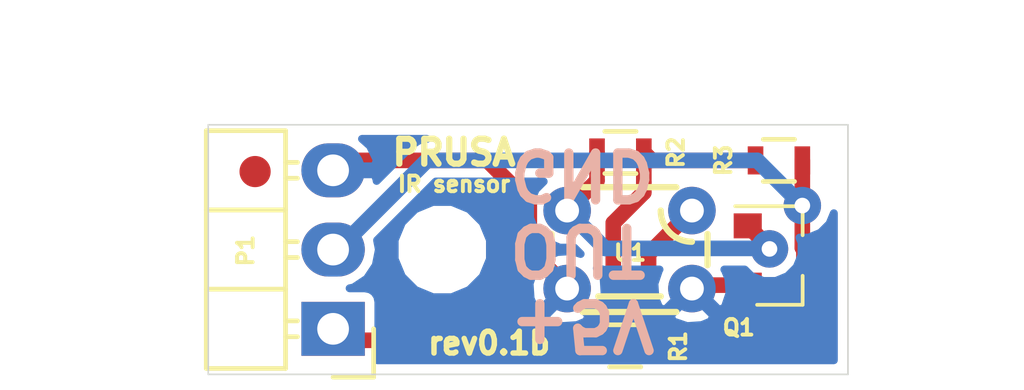
<source format=kicad_pcb>
(kicad_pcb (version 20171130) (host pcbnew "(6.0.0-rc1-dev-199-g6b039bc99)")

  (general
    (thickness 1.6)
    (drawings 10)
    (tracks 37)
    (zones 0)
    (modules 9)
    (nets 6)
  )

  (page A4)
  (layers
    (0 F.Cu signal)
    (31 B.Cu signal)
    (32 B.Adhes user)
    (33 F.Adhes user)
    (34 B.Paste user)
    (35 F.Paste user)
    (36 B.SilkS user hide)
    (37 F.SilkS user)
    (38 B.Mask user)
    (39 F.Mask user)
    (40 Dwgs.User user)
    (41 Cmts.User user)
    (42 Eco1.User user)
    (43 Eco2.User user)
    (44 Edge.Cuts user)
    (45 Margin user)
    (46 B.CrtYd user hide)
    (47 F.CrtYd user)
    (48 B.Fab user hide)
    (49 F.Fab user hide)
  )

  (setup
    (last_trace_width 0.25)
    (user_trace_width 0.2)
    (user_trace_width 0.5)
    (trace_clearance 0.2)
    (zone_clearance 0.3)
    (zone_45_only no)
    (trace_min 0.2)
    (via_size 0.8)
    (via_drill 0.4)
    (via_min_size 0.4)
    (via_min_drill 0.3)
    (user_via 1.2 0.5)
    (uvia_size 0.3)
    (uvia_drill 0.1)
    (uvias_allowed no)
    (uvia_min_size 0.2)
    (uvia_min_drill 0.1)
    (edge_width 0.05)
    (segment_width 0.2)
    (pcb_text_width 0.3)
    (pcb_text_size 1.5 1.5)
    (mod_edge_width 0.12)
    (mod_text_size 1 1)
    (mod_text_width 0.15)
    (pad_size 4 1.7272)
    (pad_drill 1.016)
    (pad_to_mask_clearance 0.05)
    (solder_mask_min_width 0.25)
    (aux_axis_origin 0 0)
    (visible_elements FFFFFF7F)
    (pcbplotparams
      (layerselection 0x010f8_ffffffff)
      (usegerberextensions true)
      (usegerberattributes false)
      (usegerberadvancedattributes false)
      (creategerberjobfile false)
      (excludeedgelayer true)
      (linewidth 0.100000)
      (plotframeref false)
      (viasonmask false)
      (mode 1)
      (useauxorigin false)
      (hpglpennumber 1)
      (hpglpenspeed 20)
      (hpglpendiameter 15.000000)
      (psnegative false)
      (psa4output false)
      (plotreference true)
      (plotvalue true)
      (plotinvisibletext false)
      (padsonsilk false)
      (subtractmaskfromsilk false)
      (outputformat 1)
      (mirror false)
      (drillshape 0)
      (scaleselection 1)
      (outputdirectory "gerber/"))
  )

  (net 0 "")
  (net 1 "Net-(P1-Pad1)")
  (net 2 "Net-(P1-Pad2)")
  (net 3 "Net-(P1-Pad3)")
  (net 4 "Net-(R1-Pad1)")
  (net 5 "Net-(Q1-Pad1)")

  (net_class Default "Toto je výchozí třída sítě."
    (clearance 0.2)
    (trace_width 0.25)
    (via_dia 0.8)
    (via_drill 0.4)
    (uvia_dia 0.3)
    (uvia_drill 0.1)
    (add_net "Net-(P1-Pad1)")
    (add_net "Net-(P1-Pad2)")
    (add_net "Net-(P1-Pad3)")
    (add_net "Net-(Q1-Pad1)")
    (add_net "Net-(R1-Pad1)")
  )

  (module Fiducials:Fiducial_1mm_Dia_2.54mm_Outer_CopperTop locked (layer F.Cu) (tedit 0) (tstamp 5C1CE6B1)
    (at 19 -1.5)
    (descr "Circular Fiducial, 1mm bare copper top; 2.54mm keepout")
    (tags marker)
    (attr smd)
    (fp_text reference REF** (at 3.4 0.7) (layer F.SilkS) hide
      (effects (font (size 1 1) (thickness 0.15)))
    )
    (fp_text value Fiducial_1mm_Dia_2.54mm_Outer_CopperTop (at 0 -1.8) (layer F.Fab)
      (effects (font (size 1 1) (thickness 0.15)))
    )
    (fp_circle (center 0 0) (end 1.55 0) (layer F.CrtYd) (width 0.05))
    (pad ~ smd circle (at 0 0) (size 1 1) (layers F.Cu F.Mask)
      (solder_mask_margin 0.77) (clearance 0.77))
  )

  (module Resistors_SMD:R_0603 (layer F.Cu) (tedit 58307A47) (tstamp 5BE18B6C)
    (at 18.288 -6.858 180)
    (descr "Resistor SMD 0603, reflow soldering, Vishay (see dcrcw.pdf)")
    (tags "resistor 0603")
    (path /5BE2C39F)
    (attr smd)
    (fp_text reference R3 (at 1.778 0 270) (layer F.SilkS)
      (effects (font (size 0.5 0.5) (thickness 0.125)))
    )
    (fp_text value 10k (at 0 1.9 180) (layer F.Fab)
      (effects (font (size 1 1) (thickness 0.15)))
    )
    (fp_line (start -0.5 -0.675) (end 0.5 -0.675) (layer F.SilkS) (width 0.15))
    (fp_line (start 0.5 0.675) (end -0.5 0.675) (layer F.SilkS) (width 0.15))
    (fp_line (start 1.3 -0.8) (end 1.3 0.8) (layer F.CrtYd) (width 0.05))
    (fp_line (start -1.3 -0.8) (end -1.3 0.8) (layer F.CrtYd) (width 0.05))
    (fp_line (start -1.3 0.8) (end 1.3 0.8) (layer F.CrtYd) (width 0.05))
    (fp_line (start -1.3 -0.8) (end 1.3 -0.8) (layer F.CrtYd) (width 0.05))
    (fp_line (start -0.8 -0.4) (end 0.8 -0.4) (layer F.Fab) (width 0.1))
    (fp_line (start 0.8 -0.4) (end 0.8 0.4) (layer F.Fab) (width 0.1))
    (fp_line (start 0.8 0.4) (end -0.8 0.4) (layer F.Fab) (width 0.1))
    (fp_line (start -0.8 0.4) (end -0.8 -0.4) (layer F.Fab) (width 0.1))
    (pad 2 smd rect (at 0.75 0 180) (size 0.5 0.9) (layers F.Cu F.Paste F.Mask)
      (net 1 "Net-(P1-Pad1)"))
    (pad 1 smd rect (at -0.75 0 180) (size 0.5 0.9) (layers F.Cu F.Paste F.Mask)
      (net 2 "Net-(P1-Pad2)"))
    (model ${KISYS3DMOD}/Resistor_SMD.3dshapes/R_0603_1608Metric.step
      (at (xyz 0 0 0))
      (scale (xyz 1 1 1))
      (rotate (xyz 0 0 0))
    )
  )

  (module TO_SOT_Packages_SMD:SOT-23 (layer F.Cu) (tedit 583F39EB) (tstamp 5BE18B2F)
    (at 18.288 -3.81)
    (descr "SOT-23, Standard")
    (tags SOT-23)
    (path /5BE32902)
    (attr smd)
    (fp_text reference Q1 (at -1.288 2.31 180) (layer F.SilkS)
      (effects (font (size 0.5 0.5) (thickness 0.125)))
    )
    (fp_text value 2N7002KT1G (at 0 2.5) (layer F.Fab)
      (effects (font (size 1 1) (thickness 0.15)))
    )
    (fp_line (start 0.76 1.58) (end -0.7 1.58) (layer F.SilkS) (width 0.12))
    (fp_line (start -0.7 -1.52) (end -0.7 1.52) (layer F.Fab) (width 0.15))
    (fp_line (start -0.7 -1.52) (end 0.7 -1.52) (layer F.Fab) (width 0.15))
    (fp_line (start 0.76 -1.58) (end -1.4 -1.58) (layer F.SilkS) (width 0.12))
    (fp_line (start -1.7 1.75) (end -1.7 -1.75) (layer F.CrtYd) (width 0.05))
    (fp_line (start 1.7 1.75) (end -1.7 1.75) (layer F.CrtYd) (width 0.05))
    (fp_line (start 1.7 -1.75) (end 1.7 1.75) (layer F.CrtYd) (width 0.05))
    (fp_line (start -1.7 -1.75) (end 1.7 -1.75) (layer F.CrtYd) (width 0.05))
    (fp_line (start -0.7 1.52) (end 0.7 1.52) (layer F.Fab) (width 0.15))
    (fp_line (start 0.7 -1.52) (end 0.7 1.52) (layer F.Fab) (width 0.15))
    (fp_line (start 0.76 -1.58) (end 0.76 -0.65) (layer F.SilkS) (width 0.12))
    (fp_line (start 0.76 1.58) (end 0.76 0.65) (layer F.SilkS) (width 0.12))
    (pad 3 smd rect (at 1 0) (size 0.9 0.8) (layers F.Cu F.Paste F.Mask)
      (net 2 "Net-(P1-Pad2)"))
    (pad 2 smd rect (at -1 0.95) (size 0.9 0.8) (layers F.Cu F.Paste F.Mask)
      (net 3 "Net-(P1-Pad3)"))
    (pad 1 smd rect (at -1 -0.95) (size 0.9 0.8) (layers F.Cu F.Paste F.Mask)
      (net 5 "Net-(Q1-Pad1)"))
    (model ${KISYS3DMOD}/Package_TO_SOT_SMD.3dshapes/SOT-23.step
      (at (xyz 0 0 0))
      (scale (xyz 1 1 1))
      (rotate (xyz 0 0 0))
    )
  )

  (module Mounting_Holes:MountingHole_2.2mm_M2 locked (layer F.Cu) (tedit 56D1B4CB) (tstamp 5BDDDE11)
    (at 7.5 -4)
    (descr "Mounting Hole 2.2mm, no annular, M2")
    (tags "mounting hole 2.2mm no annular m2")
    (fp_text reference REF** (at 0 -3.2) (layer F.SilkS) hide
      (effects (font (size 1 1) (thickness 0.15)))
    )
    (fp_text value MountingHole_2.2mm_M2 (at 0 3.2) (layer F.Fab)
      (effects (font (size 1 1) (thickness 0.15)))
    )
    (fp_circle (center 0 0) (end 2.45 0) (layer F.CrtYd) (width 0.05))
    (fp_circle (center 0 0) (end 2.2 0) (layer Cmts.User) (width 0.15))
    (pad 1 np_thru_hole circle (at 0 0) (size 2.2 2.2) (drill 2.2) (layers *.Cu *.Mask))
  )

  (module ok1hra:IR-EE-SX1103 (layer F.Cu) (tedit 5BE00A7C) (tstamp 5BDF18B2)
    (at 13.5 -4 180)
    (path /5BD7084A)
    (fp_text reference U1 (at -0.0162 -0.106 180) (layer F.SilkS)
      (effects (font (size 0.5 0.5) (thickness 0.125)))
    )
    (fp_text value EE-SX1103 (at 0 0 180) (layer F.Fab)
      (effects (font (size 0.5 0.5) (thickness 0.125)))
    )
    (fp_line (start -2.921 2.159) (end -2.921 -2.159) (layer F.CrtYd) (width 0.1))
    (fp_line (start 2.921 2.159) (end -2.921 2.159) (layer F.CrtYd) (width 0.1))
    (fp_line (start 2.921 -2.159) (end 2.921 2.159) (layer F.CrtYd) (width 0.1))
    (fp_line (start -2.921 -2.159) (end 2.921 -2.159) (layer F.CrtYd) (width 0.1))
    (fp_arc (start -2 1.25) (end -1 1.25) (angle -90) (layer F.SilkS) (width 0.2))
    (fp_line (start -1 -1.5) (end 1 -1.5) (layer F.SilkS) (width 0.2))
    (fp_line (start -2.5 -0.5) (end -2.5 0.5) (layer F.SilkS) (width 0.2))
    (fp_line (start 1.5 2) (end -1.5 2) (layer F.SilkS) (width 0.2))
    (fp_line (start 2.5 -0.5) (end 2.5 0.5) (layer F.SilkS) (width 0.2))
    (fp_line (start -1.5 -2) (end 1.5 -2) (layer F.SilkS) (width 0.2))
    (pad 3 thru_hole circle (at 2 -1.25 180) (size 1.524 1.524) (drill 0.762) (layers *.Cu *.Mask)
      (net 3 "Net-(P1-Pad3)"))
    (pad 4 thru_hole circle (at 2 1.25 180) (size 1.524 1.524) (drill 0.762) (layers *.Cu *.Mask)
      (net 5 "Net-(Q1-Pad1)"))
    (pad 1 thru_hole circle (at -2 1.25 180) (size 1.524 1.524) (drill 0.762) (layers *.Cu *.Mask)
      (net 4 "Net-(R1-Pad1)"))
    (pad 2 thru_hole circle (at -2 -1.25 180) (size 1.524 1.524) (drill 0.762) (layers *.Cu *.Mask)
      (net 3 "Net-(P1-Pad3)"))
    (model /home/dan/kicad/hra/lib/ok1hra3d/EE-SX1103.step
      (offset (xyz -2.5 -2 0))
      (scale (xyz 1 1 1))
      (rotate (xyz 0 0 0))
    )
  )

  (module Pin_Headers:Pin_Header_Angled_1x03 (layer F.Cu) (tedit 5BDB12AB) (tstamp 5BE1B3CB)
    (at 4 -1.46 180)
    (descr "Through hole pin header")
    (tags "pin header")
    (path /5BD70990)
    (fp_text reference P1 (at 2.8028 2.507 270) (layer F.SilkS)
      (effects (font (size 0.5 0.5) (thickness 0.125)))
    )
    (fp_text value CONN_01X03 (at 0 -3.1 180) (layer F.Fab)
      (effects (font (size 1 1) (thickness 0.15)))
    )
    (fp_line (start -1.5 -1.75) (end -1.5 6.85) (layer F.CrtYd) (width 0.05))
    (fp_line (start 10.65 -1.75) (end 10.65 6.85) (layer F.CrtYd) (width 0.05))
    (fp_line (start -1.5 -1.75) (end 10.65 -1.75) (layer F.CrtYd) (width 0.05))
    (fp_line (start -1.5 6.85) (end 10.65 6.85) (layer F.CrtYd) (width 0.05))
    (fp_line (start -1.3 -1.55) (end -1.3 0) (layer F.SilkS) (width 0.15))
    (fp_line (start 0 -1.55) (end -1.3 -1.55) (layer F.SilkS) (width 0.15))
    (fp_line (start 1.524 -0.254) (end 1.143 -0.254) (layer F.SilkS) (width 0.15))
    (fp_line (start 1.524 0.254) (end 1.143 0.254) (layer F.SilkS) (width 0.15))
    (fp_line (start 1.524 2.286) (end 1.143 2.286) (layer F.SilkS) (width 0.15))
    (fp_line (start 1.524 2.794) (end 1.143 2.794) (layer F.SilkS) (width 0.15))
    (fp_line (start 1.524 4.826) (end 1.143 4.826) (layer F.SilkS) (width 0.15))
    (fp_line (start 1.524 5.334) (end 1.143 5.334) (layer F.SilkS) (width 0.15))
    (fp_line (start 4.064 1.27) (end 4.064 -1.27) (layer F.SilkS) (width 0.15))
    (fp_line (start 1.524 1.27) (end 4.064 1.27) (layer F.SilkS) (width 0.15))
    (fp_line (start 1.524 -1.27) (end 1.524 1.27) (layer F.SilkS) (width 0.15))
    (fp_line (start 1.524 -1.27) (end 4.064 -1.27) (layer F.SilkS) (width 0.15))
    (fp_line (start 1.524 3.81) (end 4.064 3.81) (layer F.SilkS) (width 0.15))
    (fp_line (start 1.524 3.81) (end 1.524 6.35) (layer F.SilkS) (width 0.15))
    (fp_line (start 4.064 6.35) (end 4.064 3.81) (layer F.SilkS) (width 0.15))
    (fp_line (start 4.064 3.81) (end 4.064 1.27) (layer F.SilkS) (width 0.15))
    (fp_line (start 1.524 3.81) (end 4.064 3.81) (layer F.SilkS) (width 0.15))
    (fp_line (start 1.524 1.27) (end 1.524 3.81) (layer F.SilkS) (width 0.15))
    (fp_line (start 1.524 1.27) (end 4.064 1.27) (layer F.SilkS) (width 0.15))
    (fp_line (start 1.524 6.35) (end 4.064 6.35) (layer F.SilkS) (width 0.15))
    (pad 1 thru_hole rect (at 0 0 180) (size 2.032 1.7272) (drill 1.016) (layers *.Cu *.Mask)
      (net 1 "Net-(P1-Pad1)"))
    (pad 2 thru_hole oval (at 0 2.54 180) (size 2.032 1.7272) (drill 1.016) (layers *.Cu *.Mask)
      (net 2 "Net-(P1-Pad2)"))
    (pad 3 thru_hole oval (at 0 5.08 180) (size 2.032 1.7272) (drill 1.016) (layers *.Cu *.Mask)
      (net 3 "Net-(P1-Pad3)"))
    (model ${KISYS3DMOD}/Connector_PinHeader_2.54mm.3dshapes/PinHeader_1x03_P2.54mm_Horizontal.step
      (at (xyz 0 0 0))
      (scale (xyz 1 1 1))
      (rotate (xyz 0 0 0))
    )
  )

  (module Resistors_SMD:R_0603 (layer F.Cu) (tedit 58307A47) (tstamp 5BDC171B)
    (at 13.208 -7.112 180)
    (descr "Resistor SMD 0603, reflow soldering, Vishay (see dcrcw.pdf)")
    (tags "resistor 0603")
    (path /5BD6C176)
    (attr smd)
    (fp_text reference R2 (at -1.778 0 270) (layer F.SilkS)
      (effects (font (size 0.5 0.5) (thickness 0.125)))
    )
    (fp_text value 10k (at 0 1.9 180) (layer F.Fab)
      (effects (font (size 1 1) (thickness 0.15)))
    )
    (fp_line (start -0.8 0.4) (end -0.8 -0.4) (layer F.Fab) (width 0.1))
    (fp_line (start 0.8 0.4) (end -0.8 0.4) (layer F.Fab) (width 0.1))
    (fp_line (start 0.8 -0.4) (end 0.8 0.4) (layer F.Fab) (width 0.1))
    (fp_line (start -0.8 -0.4) (end 0.8 -0.4) (layer F.Fab) (width 0.1))
    (fp_line (start -1.3 -0.8) (end 1.3 -0.8) (layer F.CrtYd) (width 0.05))
    (fp_line (start -1.3 0.8) (end 1.3 0.8) (layer F.CrtYd) (width 0.05))
    (fp_line (start -1.3 -0.8) (end -1.3 0.8) (layer F.CrtYd) (width 0.05))
    (fp_line (start 1.3 -0.8) (end 1.3 0.8) (layer F.CrtYd) (width 0.05))
    (fp_line (start 0.5 0.675) (end -0.5 0.675) (layer F.SilkS) (width 0.15))
    (fp_line (start -0.5 -0.675) (end 0.5 -0.675) (layer F.SilkS) (width 0.15))
    (pad 1 smd rect (at -0.75 0 180) (size 0.5 0.9) (layers F.Cu F.Paste F.Mask)
      (net 1 "Net-(P1-Pad1)"))
    (pad 2 smd rect (at 0.75 0 180) (size 0.5 0.9) (layers F.Cu F.Paste F.Mask)
      (net 5 "Net-(Q1-Pad1)"))
    (model ${KISYS3DMOD}/Resistor_SMD.3dshapes/R_0603_1608Metric.step
      (at (xyz 0 0 0))
      (scale (xyz 1 1 1))
      (rotate (xyz 0 0 0))
    )
  )

  (module Resistors_SMD:R_0603 (layer F.Cu) (tedit 58307A47) (tstamp 5BDDD3B4)
    (at 13.3604 -0.9144 180)
    (descr "Resistor SMD 0603, reflow soldering, Vishay (see dcrcw.pdf)")
    (tags "resistor 0603")
    (path /5BD709E3)
    (attr smd)
    (fp_text reference R1 (at -1.7018 -0.0244 270) (layer F.SilkS)
      (effects (font (size 0.5 0.5) (thickness 0.125)))
    )
    (fp_text value 330R (at 0 1.9 180) (layer F.Fab)
      (effects (font (size 1 1) (thickness 0.15)))
    )
    (fp_line (start -0.8 0.4) (end -0.8 -0.4) (layer F.Fab) (width 0.1))
    (fp_line (start 0.8 0.4) (end -0.8 0.4) (layer F.Fab) (width 0.1))
    (fp_line (start 0.8 -0.4) (end 0.8 0.4) (layer F.Fab) (width 0.1))
    (fp_line (start -0.8 -0.4) (end 0.8 -0.4) (layer F.Fab) (width 0.1))
    (fp_line (start -1.3 -0.8) (end 1.3 -0.8) (layer F.CrtYd) (width 0.05))
    (fp_line (start -1.3 0.8) (end 1.3 0.8) (layer F.CrtYd) (width 0.05))
    (fp_line (start -1.3 -0.8) (end -1.3 0.8) (layer F.CrtYd) (width 0.05))
    (fp_line (start 1.3 -0.8) (end 1.3 0.8) (layer F.CrtYd) (width 0.05))
    (fp_line (start 0.5 0.675) (end -0.5 0.675) (layer F.SilkS) (width 0.15))
    (fp_line (start -0.5 -0.675) (end 0.5 -0.675) (layer F.SilkS) (width 0.15))
    (pad 1 smd rect (at -0.75 0 180) (size 0.5 0.9) (layers F.Cu F.Paste F.Mask)
      (net 4 "Net-(R1-Pad1)"))
    (pad 2 smd rect (at 0.75 0 180) (size 0.5 0.9) (layers F.Cu F.Paste F.Mask)
      (net 1 "Net-(P1-Pad1)"))
    (model ${KISYS3DMOD}/Resistor_SMD.3dshapes/R_0603_1608Metric.step
      (at (xyz 0 0 0))
      (scale (xyz 1 1 1))
      (rotate (xyz 0 0 0))
    )
  )

  (module Fiducials:Fiducial_1mm_Dia_2.54mm_Outer_CopperTop locked (layer F.Cu) (tedit 0) (tstamp 5C1CE60C)
    (at 1.5 -6.5)
    (descr "Circular Fiducial, 1mm bare copper top; 2.54mm keepout")
    (tags marker)
    (attr smd)
    (fp_text reference REF** (at 3.4 0.7) (layer F.SilkS) hide
      (effects (font (size 1 1) (thickness 0.15)))
    )
    (fp_text value Fiducial_1mm_Dia_2.54mm_Outer_CopperTop (at 0 -1.8) (layer F.Fab)
      (effects (font (size 1 1) (thickness 0.15)))
    )
    (fp_circle (center 0 0) (end 1.55 0) (layer F.CrtYd) (width 0.05))
    (pad ~ smd circle (at 0 0) (size 1 1) (layers F.Cu F.Mask)
      (solder_mask_margin 0.77) (clearance 0.77))
  )

  (gr_text rev0.1b (at 9 -1) (layer F.SilkS) (tstamp 5BE18FD3)
    (effects (font (size 0.7 0.7) (thickness 0.175)))
  )
  (gr_text "IR sensor" (at 7.874 -6.096) (layer F.SilkS) (tstamp 5BDC1B52)
    (effects (font (size 0.5 0.5) (thickness 0.125)))
  )
  (gr_text PRUSA (at 7.874 -7.112) (layer F.SilkS)
    (effects (font (size 0.8 0.8) (thickness 0.2)))
  )
  (gr_text "+5V\nOUT\nGND" (at 9.5 -4 180) (layer B.SilkS)
    (effects (font (size 1.5 1.5) (thickness 0.3)) (justify left mirror))
  )
  (dimension 20.5 (width 0.15) (layer Margin)
    (gr_text "20,500 mm" (at 10.25 -11.3) (layer Margin)
      (effects (font (size 1 1) (thickness 0.15)))
    )
    (feature1 (pts (xy 20.5 -8) (xy 20.5 -10.586421)))
    (feature2 (pts (xy 0 -8) (xy 0 -10.586421)))
    (crossbar (pts (xy 0 -10) (xy 20.5 -10)))
    (arrow1a (pts (xy 20.5 -10) (xy 19.373496 -9.413579)))
    (arrow1b (pts (xy 20.5 -10) (xy 19.373496 -10.586421)))
    (arrow2a (pts (xy 0 -10) (xy 1.126504 -9.413579)))
    (arrow2b (pts (xy 0 -10) (xy 1.126504 -10.586421)))
  )
  (dimension 8 (width 0.15) (layer Margin)
    (gr_text "8,000 mm" (at 24.8 -4 90) (layer Margin)
      (effects (font (size 1 1) (thickness 0.15)))
    )
    (feature1 (pts (xy 20.5 -8) (xy 24.086421 -8)))
    (feature2 (pts (xy 20.5 0) (xy 24.086421 0)))
    (crossbar (pts (xy 23.5 0) (xy 23.5 -8)))
    (arrow1a (pts (xy 23.5 -8) (xy 24.086421 -6.873496)))
    (arrow1b (pts (xy 23.5 -8) (xy 22.913579 -6.873496)))
    (arrow2a (pts (xy 23.5 0) (xy 24.086421 -1.126504)))
    (arrow2b (pts (xy 23.5 0) (xy 22.913579 -1.126504)))
  )
  (gr_line (start 0 0) (end 0 -8) (layer Edge.Cuts) (width 0.05))
  (gr_line (start 20.5 0) (end 0 0) (layer Edge.Cuts) (width 0.05))
  (gr_line (start 20.5 -8) (end 20.5 0) (layer Edge.Cuts) (width 0.05))
  (gr_line (start 0 -8) (end 20.5 -8) (layer Edge.Cuts) (width 0.05))

  (segment (start 14.212 -6.858) (end 13.958 -7.112) (width 0.5) (layer F.Cu) (net 1))
  (segment (start 17.538 -6.858) (end 14.212 -6.858) (width 0.5) (layer F.Cu) (net 1))
  (segment (start 13.982 -7.088) (end 13.958 -7.112) (width 0.5) (layer F.Cu) (net 1))
  (segment (start 12.6104 -0.9144) (end 12.9794 -1.2834) (width 0.5) (layer F.Cu) (net 1))
  (segment (start 13.958 -6.162) (end 13.958 -7.112) (width 0.5) (layer F.Cu) (net 1))
  (segment (start 12.9794 -1.2834) (end 12.9794 -4.8514) (width 0.5) (layer F.Cu) (net 1))
  (segment (start 12.9794 -4.8514) (end 13.958 -5.83) (width 0.5) (layer F.Cu) (net 1))
  (segment (start 13.958 -5.83) (end 13.958 -6.162) (width 0.5) (layer F.Cu) (net 1))
  (segment (start 12.4326 -1.0922) (end 12.6104 -0.9144) (width 0.5) (layer F.Cu) (net 1))
  (segment (start 4.3678 -1.0922) (end 12.4326 -1.0922) (width 0.5) (layer F.Cu) (net 1))
  (segment (start 4 -1.46) (end 4.3678 -1.0922) (width 0.5) (layer F.Cu) (net 1))
  (segment (start 19.038 -4.06) (end 19.288 -3.81) (width 0.5) (layer F.Cu) (net 2))
  (segment (start 4.1524 -4) (end 7.0104 -6.858) (width 0.5) (layer B.Cu) (net 2))
  (segment (start 4 -4) (end 4.1524 -4) (width 0.5) (layer B.Cu) (net 2))
  (segment (start 19.038 -5.4102) (end 19.038 -4.06) (width 0.5) (layer F.Cu) (net 2))
  (segment (start 19.038 -6.858) (end 19.038 -5.4102) (width 0.5) (layer F.Cu) (net 2))
  (segment (start 17.5902 -6.858) (end 19.038 -5.4102) (width 0.5) (layer B.Cu) (net 2))
  (via (at 19.038 -5.4102) (size 1.2) (drill 0.5) (layers F.Cu B.Cu) (net 2))
  (segment (start 7.0104 -6.858) (end 17.5902 -6.858) (width 0.5) (layer B.Cu) (net 2))
  (segment (start 15.61 -2.86) (end 15.5 -2.75) (width 0.5) (layer F.Cu) (net 3))
  (segment (start 17.288 -2.86) (end 15.61 -2.86) (width 0.5) (layer F.Cu) (net 3))
  (segment (start 11.5 -2.8002) (end 11.5 -2.75) (width 0.5) (layer F.Cu) (net 3))
  (segment (start 10.287999 -4.012201) (end 11.5 -2.8002) (width 0.5) (layer F.Cu) (net 3))
  (segment (start 4 -6.54) (end 4.318 -6.858) (width 0.5) (layer F.Cu) (net 3))
  (segment (start 4.318 -6.858) (end 8.9408 -6.858) (width 0.5) (layer F.Cu) (net 3))
  (segment (start 8.9408 -6.858) (end 10.287999 -5.510801) (width 0.5) (layer F.Cu) (net 3))
  (segment (start 10.287999 -5.510801) (end 10.287999 -4.012201) (width 0.5) (layer F.Cu) (net 3))
  (segment (start 14.1104 -3.8604) (end 15.5 -5.25) (width 0.5) (layer F.Cu) (net 4))
  (segment (start 14.1104 -0.9144) (end 14.1104 -3.8604) (width 0.5) (layer F.Cu) (net 4))
  (segment (start 12.458 -6.208) (end 11.5 -5.25) (width 0.5) (layer F.Cu) (net 5))
  (segment (start 12.458 -7.112) (end 12.458 -6.208) (width 0.5) (layer F.Cu) (net 5))
  (segment (start 17.967944 -4.037999) (end 17.98504 -4.020903) (width 0.5) (layer B.Cu) (net 5))
  (segment (start 12.712001 -4.037999) (end 17.967944 -4.037999) (width 0.5) (layer B.Cu) (net 5))
  (via (at 17.98504 -4.020903) (size 1.2) (drill 0.5) (layers F.Cu B.Cu) (net 5))
  (segment (start 11.5 -5.25) (end 12.712001 -4.037999) (width 0.5) (layer B.Cu) (net 5))
  (segment (start 17.98504 -4.06296) (end 17.288 -4.76) (width 0.5) (layer F.Cu) (net 5))
  (segment (start 17.98504 -4.020903) (end 17.98504 -4.06296) (width 0.5) (layer F.Cu) (net 5))

  (zone (net 3) (net_name "Net-(P1-Pad3)") (layer B.Cu) (tstamp 5BDC1CF9) (hatch edge 0.508)
    (connect_pads (clearance 0.3))
    (min_thickness 0.254)
    (fill yes (arc_segments 16) (thermal_gap 0.3) (thermal_bridge_width 0.508))
    (polygon
      (pts
        (xy 3 -8.5) (xy 21 -8.5) (xy 21 0.5) (xy 3 0.5)
      )
    )
    (filled_polygon
      (pts
        (xy 10.492014 -5.923514) (xy 10.311 -5.486507) (xy 10.311 -5.013493) (xy 10.492014 -4.576486) (xy 10.826486 -4.242014)
        (xy 11.263493 -4.061) (xy 11.731578 -4.061) (xy 11.93438 -3.858198) (xy 11.657957 -3.951959) (xy 11.185963 -3.920913)
        (xy 10.894097 -3.800018) (xy 10.81324 -3.616365) (xy 11.5 -2.929605) (xy 11.514143 -2.943748) (xy 11.693748 -2.764143)
        (xy 11.679605 -2.75) (xy 12.366365 -2.06324) (xy 12.550018 -2.144097) (xy 12.701959 -2.592043) (xy 12.670913 -3.064037)
        (xy 12.550018 -3.355903) (xy 12.45036 -3.39978) (xy 12.645323 -3.360999) (xy 12.645324 -3.360999) (xy 12.712 -3.347736)
        (xy 12.778677 -3.360999) (xy 14.461557 -3.360999) (xy 14.449982 -3.355903) (xy 14.298041 -2.907957) (xy 14.329087 -2.435963)
        (xy 14.449982 -2.144097) (xy 14.633635 -2.06324) (xy 15.320395 -2.75) (xy 15.306253 -2.764143) (xy 15.485858 -2.943748)
        (xy 15.5 -2.929605) (xy 15.514143 -2.943748) (xy 15.693748 -2.764143) (xy 15.679605 -2.75) (xy 16.366365 -2.06324)
        (xy 16.550018 -2.144097) (xy 16.701959 -2.592043) (xy 16.670913 -3.064037) (xy 16.550018 -3.355903) (xy 16.538443 -3.360999)
        (xy 17.192547 -3.360999) (xy 17.403291 -3.150255) (xy 17.780757 -2.993903) (xy 18.189323 -2.993903) (xy 18.566789 -3.150255)
        (xy 18.855688 -3.439154) (xy 19.01204 -3.81662) (xy 19.01204 -4.225186) (xy 18.946588 -4.3832) (xy 19.242283 -4.3832)
        (xy 19.619749 -4.539552) (xy 19.908648 -4.828451) (xy 20.048 -5.164876) (xy 20.048001 -0.452) (xy 5.422642 -0.452)
        (xy 5.451365 -0.5964) (xy 5.451365 -1.883635) (xy 10.81324 -1.883635) (xy 10.894097 -1.699982) (xy 11.342043 -1.548041)
        (xy 11.814037 -1.579087) (xy 12.105903 -1.699982) (xy 12.18676 -1.883635) (xy 14.81324 -1.883635) (xy 14.894097 -1.699982)
        (xy 15.342043 -1.548041) (xy 15.814037 -1.579087) (xy 16.105903 -1.699982) (xy 16.18676 -1.883635) (xy 15.5 -2.570395)
        (xy 14.81324 -1.883635) (xy 12.18676 -1.883635) (xy 11.5 -2.570395) (xy 10.81324 -1.883635) (xy 5.451365 -1.883635)
        (xy 5.451365 -2.3236) (xy 5.418225 -2.490207) (xy 5.32385 -2.63145) (xy 5.182607 -2.725825) (xy 5.016 -2.758965)
        (xy 4.52869 -2.758965) (xy 4.655967 -2.784282) (xy 5.08287 -3.06953) (xy 5.368118 -3.496433) (xy 5.468284 -4)
        (xy 5.408811 -4.29899) (xy 5.41356 -4.303739) (xy 5.973 -4.303739) (xy 5.973 -3.696261) (xy 6.205472 -3.135024)
        (xy 6.635024 -2.705472) (xy 7.196261 -2.473) (xy 7.803739 -2.473) (xy 8.364976 -2.705472) (xy 8.567461 -2.907957)
        (xy 10.298041 -2.907957) (xy 10.329087 -2.435963) (xy 10.449982 -2.144097) (xy 10.633635 -2.06324) (xy 11.320395 -2.75)
        (xy 10.633635 -3.43676) (xy 10.449982 -3.355903) (xy 10.298041 -2.907957) (xy 8.567461 -2.907957) (xy 8.794528 -3.135024)
        (xy 9.027 -3.696261) (xy 9.027 -4.303739) (xy 8.794528 -4.864976) (xy 8.364976 -5.294528) (xy 7.803739 -5.527)
        (xy 7.196261 -5.527) (xy 6.635024 -5.294528) (xy 6.205472 -4.864976) (xy 5.973 -4.303739) (xy 5.41356 -4.303739)
        (xy 7.290823 -6.181) (xy 10.7495 -6.181)
      )
    )
    (filled_polygon
      (pts
        (xy 6.943723 -7.535) (xy 6.943722 -7.535) (xy 6.746248 -7.49572) (xy 6.52231 -7.34609) (xy 6.48454 -7.289563)
        (xy 5.394022 -6.199044) (xy 5.401057 -6.213649) (xy 5.329418 -6.413) (xy 4.127 -6.413) (xy 4.127 -6.393)
        (xy 3.873 -6.393) (xy 3.873 -6.413) (xy 3.853 -6.413) (xy 3.853 -6.667) (xy 3.873 -6.667)
        (xy 3.873 -6.687) (xy 4.127 -6.687) (xy 4.127 -6.667) (xy 5.329418 -6.667) (xy 5.401057 -6.866351)
        (xy 5.182596 -7.319878) (xy 4.925869 -7.548) (xy 7.009077 -7.548)
      )
    )
  )
)

</source>
